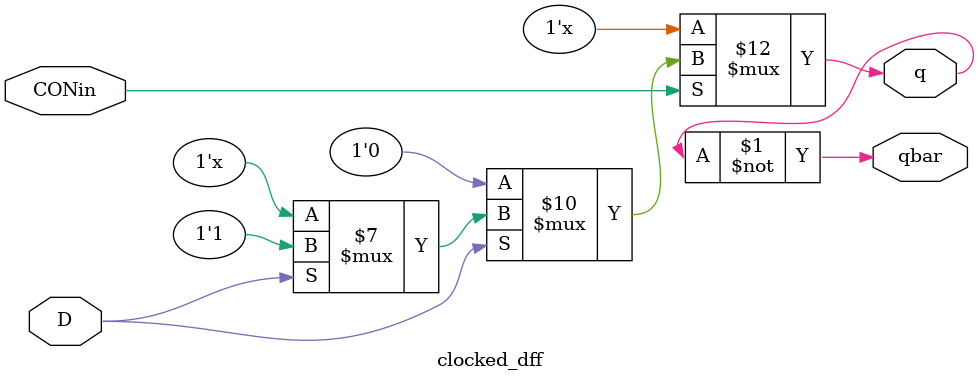
<source format=v>
module clocked_dff(output reg q, output qbar, input D, CONin);

	assign qbar = ~q;

	initial begin
		q <= 0;
	end

	always @( * ) begin
		if (CONin == 1)
			if (D == 0)
				q <= 0;
			else if (D == 1)
				q <= 1;
	end

endmodule

</source>
